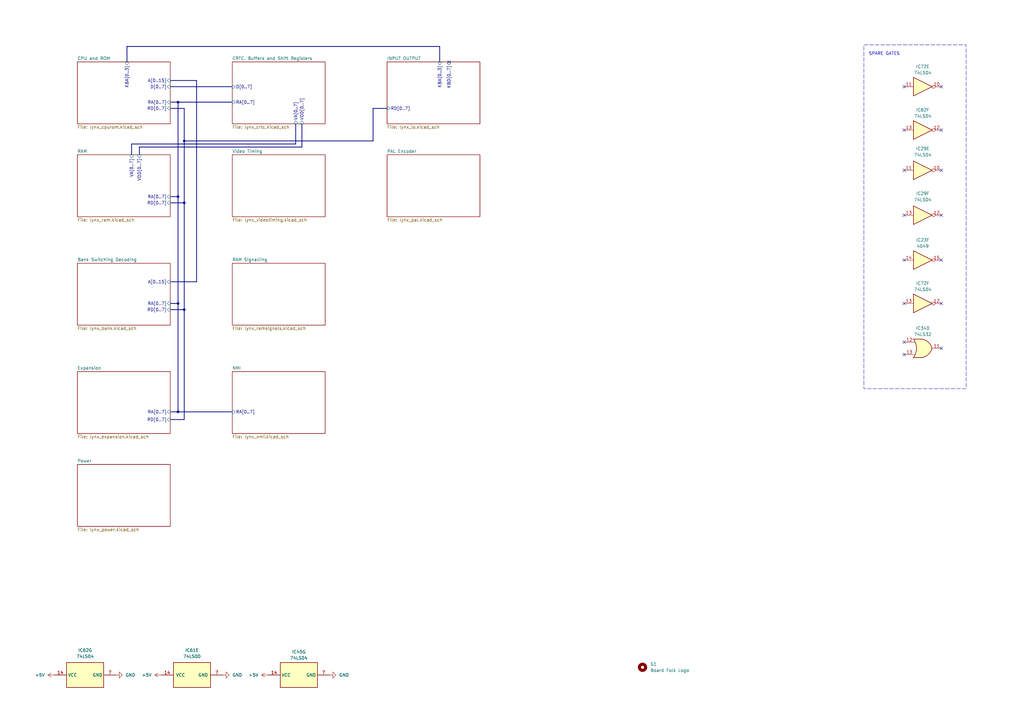
<source format=kicad_sch>
(kicad_sch (version 20230121) (generator eeschema)
  (paper "A3")
  (lib_symbols
    (symbol "4xxx:4049" (pin_names (offset 1.016))
      (property "Reference" "U" (at 0 1.27 0))
      (property "Value" "4049" (at 0 -1.27 0))
      (symbol "4049_1_0"
        (polyline (pts (xy -3.81 3.81) (xy -3.81 -3.81) (xy 3.81 0) (xy -3.81 3.81)) (stroke (width 0.254)) (fill (type background)))
        (pin output inverted (at 7.62 0 180) (length 3.81) (name "~") (number "2"))
        (pin input line (at -7.62 0 0) (length 3.81) (name "~") (number "3"))
      )
      (symbol "4049_2_0"
        (polyline (pts (xy -3.81 3.81) (xy -3.81 -3.81) (xy 3.81 0) (xy -3.81 3.81)) (stroke (width 0.254)) (fill (type background)))
        (pin output inverted (at 7.62 0 180) (length 3.81) (name "~") (number "4"))
        (pin input line (at -7.62 0 0) (length 3.81) (name "~") (number "5"))
      )
      (symbol "4049_3_0"
        (polyline (pts (xy -3.81 3.81) (xy -3.81 -3.81) (xy 3.81 0) (xy -3.81 3.81)) (stroke (width 0.254)) (fill (type background)))
        (pin output inverted (at 7.62 0 180) (length 3.81) (name "~") (number "6"))
        (pin input line (at -7.62 0 0) (length 3.81) (name "~") (number "7"))
      )
      (symbol "4049_4_0"
        (polyline (pts (xy -3.81 3.81) (xy -3.81 -3.81) (xy 3.81 0) (xy -3.81 3.81)) (stroke (width 0.254)) (fill (type background)))
        (pin output inverted (at 7.62 0 180) (length 3.81) (name "~") (number "10"))
        (pin input line (at -7.62 0 0) (length 3.81) (name "~") (number "9"))
      )
      (symbol "4049_5_0"
        (polyline (pts (xy -3.81 3.81) (xy -3.81 -3.81) (xy 3.81 0) (xy -3.81 3.81)) (stroke (width 0.254)) (fill (type background)))
        (pin input line (at -7.62 0 0) (length 3.81) (name "~") (number "11"))
        (pin output inverted (at 7.62 0 180) (length 3.81) (name "~") (number "12"))
      )
      (symbol "4049_6_0"
        (polyline (pts (xy -3.81 3.81) (xy -3.81 -3.81) (xy 3.81 0) (xy -3.81 3.81)) (stroke (width 0.254)) (fill (type background)))
        (pin input line (at -7.62 0 0) (length 3.81) (name "~") (number "14"))
        (pin output inverted (at 7.62 0 180) (length 3.81) (name "~") (number "15"))
      )
      (symbol "4049_7_0"
        (pin power_in line (at 0 12.7 270) (length 5.08) (name "VCC") (number "1"))
        (pin power_in line (at 0 -12.7 90) (length 5.08) (name "VSS") (number "8"))
      )
      (symbol "4049_7_1"
        (rectangle (start -5.08 7.62) (end 5.08 -7.62) (stroke (width 0.254)) (fill (type background)))
      )
    )
    (symbol "74xx:74LS00" (pin_names (offset 1.016))
      (property "Reference" "U" (at 0 1.27 0))
      (property "Value" "74LS00" (at 0 -1.27 0))
      (symbol "74LS00_1_1"
        (arc (start 0 -3.81) (mid 3.7934 0) (end 0 3.81) (stroke (width 0.254)) (fill (type background)))
        (polyline (pts (xy 0 3.81) (xy -3.81 3.81) (xy -3.81 -3.81) (xy 0 -3.81)) (stroke (width 0.254)) (fill (type background)))
        (pin input line (at -7.62 2.54 0) (length 3.81) (name "~") (number "1"))
        (pin input line (at -7.62 -2.54 0) (length 3.81) (name "~") (number "2"))
        (pin output inverted (at 7.62 0 180) (length 3.81) (name "~") (number "3"))
      )
      (symbol "74LS00_1_2"
        (arc (start -3.81 -3.81) (mid -2.589 0) (end -3.81 3.81) (stroke (width 0.254)))
        (arc (start -0.6096 -3.81) (mid 2.1842 -2.5851) (end 3.81 0) (stroke (width 0.254)) (fill (type background)))
        (polyline (pts (xy -3.81 -3.81) (xy -0.635 -3.81)) (stroke (width 0.254)) (fill (type background)))
        (polyline (pts (xy -3.81 3.81) (xy -0.635 3.81)) (stroke (width 0.254)) (fill (type background)))
        (polyline (pts (xy -0.635 3.81) (xy -3.81 3.81) (xy -3.81 3.81) (xy -3.556 3.4036) (xy -3.0226 2.2606) (xy -2.6924 1.0414) (xy -2.6162 -0.254) (xy -2.7686 -1.4986) (xy -3.175 -2.7178) (xy -3.81 -3.81) (xy -3.81 -3.81) (xy -0.635 -3.81)) (stroke (width -25.4)) (fill (type background)))
        (arc (start 3.81 0) (mid 2.1915 2.5936) (end -0.6096 3.81) (stroke (width 0.254)) (fill (type background)))
        (pin input inverted (at -7.62 2.54 0) (length 4.318) (name "~") (number "1"))
        (pin input inverted (at -7.62 -2.54 0) (length 4.318) (name "~") (number "2"))
        (pin output line (at 7.62 0 180) (length 3.81) (name "~") (number "3"))
      )
      (symbol "74LS00_2_1"
        (arc (start 0 -3.81) (mid 3.7934 0) (end 0 3.81) (stroke (width 0.254)) (fill (type background)))
        (polyline (pts (xy 0 3.81) (xy -3.81 3.81) (xy -3.81 -3.81) (xy 0 -3.81)) (stroke (width 0.254)) (fill (type background)))
        (pin input line (at -7.62 2.54 0) (length 3.81) (name "~") (number "4"))
        (pin input line (at -7.62 -2.54 0) (length 3.81) (name "~") (number "5"))
        (pin output inverted (at 7.62 0 180) (length 3.81) (name "~") (number "6"))
      )
      (symbol "74LS00_2_2"
        (arc (start -3.81 -3.81) (mid -2.589 0) (end -3.81 3.81) (stroke (width 0.254)))
        (arc (start -0.6096 -3.81) (mid 2.1842 -2.5851) (end 3.81 0) (stroke (width 0.254)) (fill (type background)))
        (polyline (pts (xy -3.81 -3.81) (xy -0.635 -3.81)) (stroke (width 0.254)) (fill (type background)))
        (polyline (pts (xy -3.81 3.81) (xy -0.635 3.81)) (stroke (width 0.254)) (fill (type background)))
        (polyline (pts (xy -0.635 3.81) (xy -3.81 3.81) (xy -3.81 3.81) (xy -3.556 3.4036) (xy -3.0226 2.2606) (xy -2.6924 1.0414) (xy -2.6162 -0.254) (xy -2.7686 -1.4986) (xy -3.175 -2.7178) (xy -3.81 -3.81) (xy -3.81 -3.81) (xy -0.635 -3.81)) (stroke (width -25.4)) (fill (type background)))
        (arc (start 3.81 0) (mid 2.1915 2.5936) (end -0.6096 3.81) (stroke (width 0.254)) (fill (type background)))
        (pin input inverted (at -7.62 2.54 0) (length 4.318) (name "~") (number "4"))
        (pin input inverted (at -7.62 -2.54 0) (length 4.318) (name "~") (number "5"))
        (pin output line (at 7.62 0 180) (length 3.81) (name "~") (number "6"))
      )
      (symbol "74LS00_3_1"
        (arc (start 0 -3.81) (mid 3.7934 0) (end 0 3.81) (stroke (width 0.254)) (fill (type background)))
        (polyline (pts (xy 0 3.81) (xy -3.81 3.81) (xy -3.81 -3.81) (xy 0 -3.81)) (stroke (width 0.254)) (fill (type background)))
        (pin input line (at -7.62 -2.54 0) (length 3.81) (name "~") (number "10"))
        (pin output inverted (at 7.62 0 180) (length 3.81) (name "~") (number "8"))
        (pin input line (at -7.62 2.54 0) (length 3.81) (name "~") (number "9"))
      )
      (symbol "74LS00_3_2"
        (arc (start -3.81 -3.81) (mid -2.589 0) (end -3.81 3.81) (stroke (width 0.254)))
        (arc (start -0.6096 -3.81) (mid 2.1842 -2.5851) (end 3.81 0) (stroke (width 0.254)) (fill (type background)))
        (polyline (pts (xy -3.81 -3.81) (xy -0.635 -3.81)) (stroke (width 0.254)) (fill (type background)))
        (polyline (pts (xy -3.81 3.81) (xy -0.635 3.81)) (stroke (width 0.254)) (fill (type background)))
        (polyline (pts (xy -0.635 3.81) (xy -3.81 3.81) (xy -3.81 3.81) (xy -3.556 3.4036) (xy -3.0226 2.2606) (xy -2.6924 1.0414) (xy -2.6162 -0.254) (xy -2.7686 -1.4986) (xy -3.175 -2.7178) (xy -3.81 -3.81) (xy -3.81 -3.81) (xy -0.635 -3.81)) (stroke (width -25.4)) (fill (type background)))
        (arc (start 3.81 0) (mid 2.1915 2.5936) (end -0.6096 3.81) (stroke (width 0.254)) (fill (type background)))
        (pin input inverted (at -7.62 -2.54 0) (length 4.318) (name "~") (number "10"))
        (pin output line (at 7.62 0 180) (length 3.81) (name "~") (number "8"))
        (pin input inverted (at -7.62 2.54 0) (length 4.318) (name "~") (number "9"))
      )
      (symbol "74LS00_4_1"
        (arc (start 0 -3.81) (mid 3.7934 0) (end 0 3.81) (stroke (width 0.254)) (fill (type background)))
        (polyline (pts (xy 0 3.81) (xy -3.81 3.81) (xy -3.81 -3.81) (xy 0 -3.81)) (stroke (width 0.254)) (fill (type background)))
        (pin output inverted (at 7.62 0 180) (length 3.81) (name "~") (number "11"))
        (pin input line (at -7.62 2.54 0) (length 3.81) (name "~") (number "12"))
        (pin input line (at -7.62 -2.54 0) (length 3.81) (name "~") (number "13"))
      )
      (symbol "74LS00_4_2"
        (arc (start -3.81 -3.81) (mid -2.589 0) (end -3.81 3.81) (stroke (width 0.254)))
        (arc (start -0.6096 -3.81) (mid 2.1842 -2.5851) (end 3.81 0) (stroke (width 0.254)) (fill (type background)))
        (polyline (pts (xy -3.81 -3.81) (xy -0.635 -3.81)) (stroke (width 0.254)) (fill (type background)))
        (polyline (pts (xy -3.81 3.81) (xy -0.635 3.81)) (stroke (width 0.254)) (fill (type background)))
        (polyline (pts (xy -0.635 3.81) (xy -3.81 3.81) (xy -3.81 3.81) (xy -3.556 3.4036) (xy -3.0226 2.2606) (xy -2.6924 1.0414) (xy -2.6162 -0.254) (xy -2.7686 -1.4986) (xy -3.175 -2.7178) (xy -3.81 -3.81) (xy -3.81 -3.81) (xy -0.635 -3.81)) (stroke (width -25.4)) (fill (type background)))
        (arc (start 3.81 0) (mid 2.1915 2.5936) (end -0.6096 3.81) (stroke (width 0.254)) (fill (type background)))
        (pin output line (at 7.62 0 180) (length 3.81) (name "~") (number "11"))
        (pin input inverted (at -7.62 2.54 0) (length 4.318) (name "~") (number "12"))
        (pin input inverted (at -7.62 -2.54 0) (length 4.318) (name "~") (number "13"))
      )
      (symbol "74LS00_5_0"
        (pin power_in line (at 0 12.7 270) (length 5.08) (name "VCC") (number "14"))
        (pin power_in line (at 0 -12.7 90) (length 5.08) (name "GND") (number "7"))
      )
      (symbol "74LS00_5_1"
        (rectangle (start -5.08 7.62) (end 5.08 -7.62) (stroke (width 0.254)) (fill (type background)))
      )
    )
    (symbol "74xx:74LS04"
      (property "Reference" "U" (at 0 1.27 0))
      (property "Value" "74LS04" (at 0 -1.27 0))
      (symbol "74LS04_1_0"
        (polyline (pts (xy -3.81 3.81) (xy -3.81 -3.81) (xy 3.81 0) (xy -3.81 3.81)) (stroke (width 0.254)) (fill (type background)))
        (pin input line (at -7.62 0 0) (length 3.81) (name "~") (number "1"))
        (pin output inverted (at 7.62 0 180) (length 3.81) (name "~") (number "2"))
      )
      (symbol "74LS04_2_0"
        (polyline (pts (xy -3.81 3.81) (xy -3.81 -3.81) (xy 3.81 0) (xy -3.81 3.81)) (stroke (width 0.254)) (fill (type background)))
        (pin input line (at -7.62 0 0) (length 3.81) (name "~") (number "3"))
        (pin output inverted (at 7.62 0 180) (length 3.81) (name "~") (number "4"))
      )
      (symbol "74LS04_3_0"
        (polyline (pts (xy -3.81 3.81) (xy -3.81 -3.81) (xy 3.81 0) (xy -3.81 3.81)) (stroke (width 0.254)) (fill (type background)))
        (pin input line (at -7.62 0 0) (length 3.81) (name "~") (number "5"))
        (pin output inverted (at 7.62 0 180) (length 3.81) (name "~") (number "6"))
      )
      (symbol "74LS04_4_0"
        (polyline (pts (xy -3.81 3.81) (xy -3.81 -3.81) (xy 3.81 0) (xy -3.81 3.81)) (stroke (width 0.254)) (fill (type background)))
        (pin output inverted (at 7.62 0 180) (length 3.81) (name "~") (number "8"))
        (pin input line (at -7.62 0 0) (length 3.81) (name "~") (number "9"))
      )
      (symbol "74LS04_5_0"
        (polyline (pts (xy -3.81 3.81) (xy -3.81 -3.81) (xy 3.81 0) (xy -3.81 3.81)) (stroke (width 0.254)) (fill (type background)))
        (pin output inverted (at 7.62 0 180) (length 3.81) (name "~") (number "10"))
        (pin input line (at -7.62 0 0) (length 3.81) (name "~") (number "11"))
      )
      (symbol "74LS04_6_0"
        (polyline (pts (xy -3.81 3.81) (xy -3.81 -3.81) (xy 3.81 0) (xy -3.81 3.81)) (stroke (width 0.254)) (fill (type background)))
        (pin output inverted (at 7.62 0 180) (length 3.81) (name "~") (number "12"))
        (pin input line (at -7.62 0 0) (length 3.81) (name "~") (number "13"))
      )
      (symbol "74LS04_7_0"
        (pin power_in line (at 0 12.7 270) (length 5.08) (name "VCC") (number "14"))
        (pin power_in line (at 0 -12.7 90) (length 5.08) (name "GND") (number "7"))
      )
      (symbol "74LS04_7_1"
        (rectangle (start -5.08 7.62) (end 5.08 -7.62) (stroke (width 0.254)) (fill (type background)))
      )
    )
    (symbol "74xx:74LS32" (pin_names (offset 1.016))
      (property "Reference" "U" (at 0 1.27 0))
      (property "Value" "74LS32" (at 0 -1.27 0))
      (symbol "74LS32_1_1"
        (arc (start -3.81 -3.81) (mid -2.589 0) (end -3.81 3.81) (stroke (width 0.254)))
        (arc (start -0.6096 -3.81) (mid 2.1842 -2.5851) (end 3.81 0) (stroke (width 0.254)) (fill (type background)))
        (polyline (pts (xy -3.81 -3.81) (xy -0.635 -3.81)) (stroke (width 0.254)) (fill (type background)))
        (polyline (pts (xy -3.81 3.81) (xy -0.635 3.81)) (stroke (width 0.254)) (fill (type background)))
        (polyline (pts (xy -0.635 3.81) (xy -3.81 3.81) (xy -3.81 3.81) (xy -3.556 3.4036) (xy -3.0226 2.2606) (xy -2.6924 1.0414) (xy -2.6162 -0.254) (xy -2.7686 -1.4986) (xy -3.175 -2.7178) (xy -3.81 -3.81) (xy -3.81 -3.81) (xy -0.635 -3.81)) (stroke (width -25.4)) (fill (type background)))
        (arc (start 3.81 0) (mid 2.1915 2.5936) (end -0.6096 3.81) (stroke (width 0.254)) (fill (type background)))
        (pin input line (at -7.62 2.54 0) (length 4.318) (name "~") (number "1"))
        (pin input line (at -7.62 -2.54 0) (length 4.318) (name "~") (number "2"))
        (pin output line (at 7.62 0 180) (length 3.81) (name "~") (number "3"))
      )
      (symbol "74LS32_1_2"
        (arc (start 0 -3.81) (mid 3.7934 0) (end 0 3.81) (stroke (width 0.254)) (fill (type background)))
        (polyline (pts (xy 0 3.81) (xy -3.81 3.81) (xy -3.81 -3.81) (xy 0 -3.81)) (stroke (width 0.254)) (fill (type background)))
        (pin input inverted (at -7.62 2.54 0) (length 3.81) (name "~") (number "1"))
        (pin input inverted (at -7.62 -2.54 0) (length 3.81) (name "~") (number "2"))
        (pin output inverted (at 7.62 0 180) (length 3.81) (name "~") (number "3"))
      )
      (symbol "74LS32_2_1"
        (arc (start -3.81 -3.81) (mid -2.589 0) (end -3.81 3.81) (stroke (width 0.254)))
        (arc (start -0.6096 -3.81) (mid 2.1842 -2.5851) (end 3.81 0) (stroke (width 0.254)) (fill (type background)))
        (polyline (pts (xy -3.81 -3.81) (xy -0.635 -3.81)) (stroke (width 0.254)) (fill (type background)))
        (polyline (pts (xy -3.81 3.81) (xy -0.635 3.81)) (stroke (width 0.254)) (fill (type background)))
        (polyline (pts (xy -0.635 3.81) (xy -3.81 3.81) (xy -3.81 3.81) (xy -3.556 3.4036) (xy -3.0226 2.2606) (xy -2.6924 1.0414) (xy -2.6162 -0.254) (xy -2.7686 -1.4986) (xy -3.175 -2.7178) (xy -3.81 -3.81) (xy -3.81 -3.81) (xy -0.635 -3.81)) (stroke (width -25.4)) (fill (type background)))
        (arc (start 3.81 0) (mid 2.1915 2.5936) (end -0.6096 3.81) (stroke (width 0.254)) (fill (type background)))
        (pin input line (at -7.62 2.54 0) (length 4.318) (name "~") (number "4"))
        (pin input line (at -7.62 -2.54 0) (length 4.318) (name "~") (number "5"))
        (pin output line (at 7.62 0 180) (length 3.81) (name "~") (number "6"))
      )
      (symbol "74LS32_2_2"
        (arc (start 0 -3.81) (mid 3.7934 0) (end 0 3.81) (stroke (width 0.254)) (fill (type background)))
        (polyline (pts (xy 0 3.81) (xy -3.81 3.81) (xy -3.81 -3.81) (xy 0 -3.81)) (stroke (width 0.254)) (fill (type background)))
        (pin input inverted (at -7.62 2.54 0) (length 3.81) (name "~") (number "4"))
        (pin input inverted (at -7.62 -2.54 0) (length 3.81) (name "~") (number "5"))
        (pin output inverted (at 7.62 0 180) (length 3.81) (name "~") (number "6"))
      )
      (symbol "74LS32_3_1"
        (arc (start -3.81 -3.81) (mid -2.589 0) (end -3.81 3.81) (stroke (width 0.254)))
        (arc (start -0.6096 -3.81) (mid 2.1842 -2.5851) (end 3.81 0) (stroke (width 0.254)) (fill (type background)))
        (polyline (pts (xy -3.81 -3.81) (xy -0.635 -3.81)) (stroke (width 0.254)) (fill (type background)))
        (polyline (pts (xy -3.81 3.81) (xy -0.635 3.81)) (stroke (width 0.254)) (fill (type background)))
        (polyline (pts (xy -0.635 3.81) (xy -3.81 3.81) (xy -3.81 3.81) (xy -3.556 3.4036) (xy -3.0226 2.2606) (xy -2.6924 1.0414) (xy -2.6162 -0.254) (xy -2.7686 -1.4986) (xy -3.175 -2.7178) (xy -3.81 -3.81) (xy -3.81 -3.81) (xy -0.635 -3.81)) (stroke (width -25.4)) (fill (type background)))
        (arc (start 3.81 0) (mid 2.1915 2.5936) (end -0.6096 3.81) (stroke (width 0.254)) (fill (type background)))
        (pin input line (at -7.62 -2.54 0) (length 4.318) (name "~") (number "10"))
        (pin output line (at 7.62 0 180) (length 3.81) (name "~") (number "8"))
        (pin input line (at -7.62 2.54 0) (length 4.318) (name "~") (number "9"))
      )
      (symbol "74LS32_3_2"
        (arc (start 0 -3.81) (mid 3.7934 0) (end 0 3.81) (stroke (width 0.254)) (fill (type background)))
        (polyline (pts (xy 0 3.81) (xy -3.81 3.81) (xy -3.81 -3.81) (xy 0 -3.81)) (stroke (width 0.254)) (fill (type background)))
        (pin input inverted (at -7.62 -2.54 0) (length 3.81) (name "~") (number "10"))
        (pin output inverted (at 7.62 0 180) (length 3.81) (name "~") (number "8"))
        (pin input inverted (at -7.62 2.54 0) (length 3.81) (name "~") (number "9"))
      )
      (symbol "74LS32_4_1"
        (arc (start -3.81 -3.81) (mid -2.589 0) (end -3.81 3.81) (stroke (width 0.254)))
        (arc (start -0.6096 -3.81) (mid 2.1842 -2.5851) (end 3.81 0) (stroke (width 0.254)) (fill (type background)))
        (polyline (pts (xy -3.81 -3.81) (xy -0.635 -3.81)) (stroke (width 0.254)) (fill (type background)))
        (polyline (pts (xy -3.81 3.81) (xy -0.635 3.81)) (stroke (width 0.254)) (fill (type background)))
        (polyline (pts (xy -0.635 3.81) (xy -3.81 3.81) (xy -3.81 3.81) (xy -3.556 3.4036) (xy -3.0226 2.2606) (xy -2.6924 1.0414) (xy -2.6162 -0.254) (xy -2.7686 -1.4986) (xy -3.175 -2.7178) (xy -3.81 -3.81) (xy -3.81 -3.81) (xy -0.635 -3.81)) (stroke (width -25.4)) (fill (type background)))
        (arc (start 3.81 0) (mid 2.1915 2.5936) (end -0.6096 3.81) (stroke (width 0.254)) (fill (type background)))
        (pin output line (at 7.62 0 180) (length 3.81) (name "~") (number "11"))
        (pin input line (at -7.62 2.54 0) (length 4.318) (name "~") (number "12"))
        (pin input line (at -7.62 -2.54 0) (length 4.318) (name "~") (number "13"))
      )
      (symbol "74LS32_4_2"
        (arc (start 0 -3.81) (mid 3.7934 0) (end 0 3.81) (stroke (width 0.254)) (fill (type background)))
        (polyline (pts (xy 0 3.81) (xy -3.81 3.81) (xy -3.81 -3.81) (xy 0 -3.81)) (stroke (width 0.254)) (fill (type background)))
        (pin output inverted (at 7.62 0 180) (length 3.81) (name "~") (number "11"))
        (pin input inverted (at -7.62 2.54 0) (length 3.81) (name "~") (number "12"))
        (pin input inverted (at -7.62 -2.54 0) (length 3.81) (name "~") (number "13"))
      )
      (symbol "74LS32_5_0"
        (pin power_in line (at 0 12.7 270) (length 5.08) (name "VCC") (number "14"))
        (pin power_in line (at 0 -12.7 90) (length 5.08) (name "GND") (number "7"))
      )
      (symbol "74LS32_5_1"
        (rectangle (start -5.08 7.62) (end 5.08 -7.62) (stroke (width 0.254)) (fill (type background)))
      )
    )
    (symbol "Mechanical:MountingHole" (pin_names (offset 1.016))
      (property "Reference" "H" (at 0 5.08 0))
      (property "Value" "MountingHole" (at 0 3.175 0))
      (symbol "MountingHole_0_1"
        (circle (center 0 0) (radius 1.27) (stroke (width 1.27)))
      )
    )
    (symbol "power:+5V" (power) (pin_names (offset 0))
      (property "Value" "+5V" (at 0 3.556 0))
      (symbol "+5V_0_1"
        (polyline (pts (xy -0.762 1.27) (xy 0 2.54)))
        (polyline (pts (xy 0 0) (xy 0 2.54)))
        (polyline (pts (xy 0 2.54) (xy 0.762 1.27)))
      )
      (symbol "+5V_1_1"
        (pin power_in line (at 0 0 90) (length 0) hide (name "+5V") (number "1"))
      )
    )
    (symbol "power:GND" (power) (pin_names (offset 0))
      (property "Value" "GND" (at 0 -3.81 0))
      (symbol "GND_0_1"
        (polyline (pts (xy 0 0) (xy 0 -1.27) (xy 1.27 -1.27) (xy 0 -2.54) (xy -1.27 -1.27) (xy 0 -1.27)))
      )
      (symbol "GND_1_1"
        (pin power_in line (at 0 0 270) (length 0) hide (name "GND") (number "1"))
      )
    )
  )
  (junction (at 73.025 168.91))
  (junction (at 75.565 127))
  (junction (at 75.565 57.785))
  (junction (at 75.565 83.185))
  (junction (at 73.025 124.46))
  (junction (at 73.025 80.645))
  (junction (at 73.025 41.91))
  (no_connect (at 386.08 35.56))
  (no_connect (at 370.84 140.335))
  (no_connect (at 386.08 53.34))
  (no_connect (at 370.84 35.56))
  (no_connect (at 370.84 88.265))
  (no_connect (at 370.84 106.68))
  (no_connect (at 370.84 53.34))
  (no_connect (at 386.08 142.875))
  (no_connect (at 370.84 145.415))
  (no_connect (at 386.08 88.265))
  (no_connect (at 370.84 69.85))
  (no_connect (at 370.84 124.46))
  (no_connect (at 184.15 25.4))
  (no_connect (at 386.08 69.85))
  (no_connect (at 386.08 124.46))
  (no_connect (at 386.08 106.68))
  (bus (pts (xy 52.07 19.05) (xy 52.07 25.4)))
  (bus (pts (xy 57.15 63.5) (xy 57.15 60.325)))
  (bus (pts (xy 69.85 83.185) (xy 75.565 83.185)))
  (bus (pts (xy 121.285 59.055) (xy 53.975 59.055)))
  (bus (pts (xy 75.565 127) (xy 69.85 127)))
  (bus (pts (xy 180.34 19.05) (xy 52.07 19.05)))
  (bus (pts (xy 69.85 33.02) (xy 80.645 33.02)))
  (bus (pts (xy 121.285 50.8) (xy 121.285 59.055)))
  (bus (pts (xy 69.85 172.085) (xy 75.565 172.085)))
  (bus (pts (xy 75.565 57.785) (xy 75.565 44.45)))
  (bus (pts (xy 69.85 35.56) (xy 95.25 35.56)))
  (bus (pts (xy 123.825 60.325) (xy 123.825 50.8)))
  (bus (pts (xy 69.85 80.645) (xy 73.025 80.645)))
  (bus (pts (xy 75.565 44.45) (xy 69.85 44.45)))
  (bus (pts (xy 80.645 115.57) (xy 69.85 115.57)))
  (bus (pts (xy 75.565 172.085) (xy 75.565 127)))
  (bus (pts (xy 180.34 19.05) (xy 180.34 25.4)))
  (bus (pts (xy 153.035 57.785) (xy 75.565 57.785)))
  (bus (pts (xy 69.85 41.91) (xy 73.025 41.91)))
  (bus (pts (xy 158.75 44.45) (xy 153.035 44.45)))
  (bus (pts (xy 73.025 80.645) (xy 73.025 124.46)))
  (bus (pts (xy 80.645 33.02) (xy 80.645 115.57)))
  (bus (pts (xy 73.025 168.91) (xy 95.25 168.91)))
  (bus (pts (xy 57.15 60.325) (xy 123.825 60.325)))
  (bus (pts (xy 75.565 83.185) (xy 75.565 127)))
  (bus (pts (xy 69.85 168.91) (xy 73.025 168.91)))
  (bus (pts (xy 73.025 41.91) (xy 95.25 41.91)))
  (bus (pts (xy 73.025 168.91) (xy 73.025 124.46)))
  (bus (pts (xy 53.975 59.055) (xy 53.975 63.5)))
  (bus (pts (xy 75.565 83.185) (xy 75.565 57.785)))
  (bus (pts (xy 73.025 124.46) (xy 69.85 124.46)))
  (bus (pts (xy 73.025 80.645) (xy 73.025 41.91)))
  (bus (pts (xy 153.035 44.45) (xy 153.035 57.785)))
  (rectangle (start 354.33 18.415) (end 396.24 159.385) (stroke (width 0) (type dash)))
  (text "SPARE GATES" (at 356.235 22.86 0) (effects (font (size 1.27 1.27)) (justify left bottom)))
  (symbol (lib_id "power:+5V") (at 22.225 276.86 90) (unit 1)
    (property "Reference" "#PWR065" (effects hide))
    (property "Value" "+5V" (at 18.415 276.86 90) (effects (justify left)))
  )
  (symbol (lib_id "74xx:74LS04") (at 378.46 53.34 0) (unit 6)
    (property "Reference" "IC62" (at 378.46 45.085 0))
    (property "Value" "74LS04" (at 378.46 47.625 0))
    (property "Footprint" "LYNX:DIP-14_W7.62mm" (effects hide))
    (property "Datasheet" "http://www.ti.com/lit/gpn/sn74LS04" (effects hide))
  )
  (symbol (lib_id "74xx:74LS00") (at 78.74 276.86 90) (unit 5)
    (property "Reference" "IC61" (at 78.74 266.7 90))
    (property "Value" "74LS00" (at 78.74 269.24 90))
    (property "Footprint" "LYNX:DIP-14_W7.62mm" (effects hide))
    (property "Datasheet" "http://www.ti.com/lit/gpn/sn74ls00" (effects hide))
  )
  (symbol (lib_id "power:GND") (at 135.255 276.86 90) (unit 1)
    (property "Reference" "#PWR09" (effects hide))
    (property "Value" "GND" (at 139.065 276.86 90) (effects (justify right)))
  )
  (symbol (lib_id "74xx:74LS04") (at 378.46 88.265 0) (unit 6)
    (property "Reference" "IC29" (at 378.46 79.375 0))
    (property "Value" "74LS04" (at 378.46 81.915 0))
    (property "Footprint" "LYNX:DIP-14_W7.62mm" (effects hide))
    (property "Datasheet" "http://www.ti.com/lit/gpn/sn74LS04" (effects hide))
  )
  (symbol (lib_id "74xx:74LS32") (at 378.46 142.875 0) (unit 4)
    (property "Reference" "IC34" (at 378.46 134.62 0))
    (property "Value" "74LS32" (at 378.46 137.16 0))
    (property "Footprint" "LYNX:DIP-14_W7.62mm" (effects hide))
    (property "Datasheet" "http://www.ti.com/lit/gpn/sn74LS32" (effects hide))
  )
  (symbol (lib_id "74xx:74LS04") (at 378.46 35.56 0) (unit 5)
    (property "Reference" "IC72" (at 378.46 27.305 0))
    (property "Value" "74LS04" (at 378.46 29.845 0))
    (property "Footprint" "LYNX:DIP-14_W7.62mm" (effects hide))
    (property "Datasheet" "http://www.ti.com/lit/gpn/sn74LS04" (effects hide))
  )
  (symbol (lib_id "74xx:74LS04") (at 34.925 276.86 90) (unit 7)
    (property "Reference" "IC62" (at 34.925 266.7 90))
    (property "Value" "74LS04" (at 34.925 269.24 90))
    (property "Footprint" "LYNX:DIP-14_W7.62mm" (effects hide))
    (property "Datasheet" "http://www.ti.com/lit/gpn/sn74LS04" (effects hide))
  )
  (symbol (lib_id "power:GND") (at 91.44 276.86 90) (unit 1)
    (property "Reference" "#PWR079" (effects hide))
    (property "Value" "GND" (at 95.25 276.86 90) (effects (justify right)))
  )
  (symbol (lib_id "4xxx:4049") (at 378.46 106.68 0) (unit 6)
    (property "Reference" "IC23" (at 378.46 98.425 0))
    (property "Value" "4049" (at 378.46 100.965 0))
    (property "Footprint" "LYNX:DIP-16_W7.62mm" (effects hide))
    (property "Datasheet" "http://www.intersil.com/content/dam/intersil/documents/cd40/cd4049ubms.pdf" (effects hide))
  )
  (symbol (lib_id "74xx:74LS04") (at 122.555 276.86 90) (unit 7)
    (property "Reference" "IC45" (at 122.555 267.335 90))
    (property "Value" "74LS04" (at 122.555 269.875 90))
    (property "Footprint" "LYNX:DIP-14_W7.62mm" (effects hide))
    (property "Datasheet" "http://www.ti.com/lit/gpn/sn74LS04" (effects hide))
  )
  (symbol (lib_id "74xx:74LS04") (at 378.46 69.85 0) (unit 5)
    (property "Reference" "IC29" (at 378.46 60.96 0))
    (property "Value" "74LS04" (at 378.46 63.5 0))
    (property "Footprint" "LYNX:DIP-14_W7.62mm" (effects hide))
    (property "Datasheet" "http://www.ti.com/lit/gpn/sn74LS04" (effects hide))
  )
  (symbol (lib_id "power:+5V") (at 109.855 276.86 90) (unit 1)
    (property "Reference" "#PWR010" (effects hide))
    (property "Value" "+5V" (at 106.045 276.86 90) (effects (justify left)))
  )
  (symbol (lib_id "power:+5V") (at 66.04 276.86 90) (unit 1)
    (property "Reference" "#PWR080" (effects hide))
    (property "Value" "+5V" (at 62.23 276.86 90) (effects (justify left)))
  )
  (symbol (lib_id "74xx:74LS04") (at 378.46 124.46 0) (unit 6)
    (property "Reference" "IC72" (at 378.46 116.205 0))
    (property "Value" "74LS04" (at 378.46 118.745 0))
    (property "Footprint" "LYNX:DIP-14_W7.62mm" (effects hide))
    (property "Datasheet" "http://www.ti.com/lit/gpn/sn74LS04" (effects hide))
  )
  (symbol (lib_id "Mechanical:MountingHole") (at 263.525 273.685 0) (unit 1)
    (property "Reference" "G1" (at 266.7 272.415 0) (effects (justify left)))
    (property "Value" "Board Folk Logo" (at 266.7 274.955 0) (effects (justify left)))
    (property "Footprint" "LYNX:BF8" (effects hide))
  )
  (symbol (lib_id "power:GND") (at 47.625 276.86 90) (unit 1)
    (property "Reference" "#PWR066" (effects hide))
    (property "Value" "GND" (at 51.435 276.86 90) (effects (justify right)))
  )
  (sheet (at 31.75 152.4) (size 38.1 25.4) (stroke (width 0.1524))
    (property "Sheetname" "Expansion" (at 31.75 151.6884 0) (effects (justify left bottom)))
    (property "Sheetfile" "lynx_expansion.kicad_sch" (at 31.75 178.3846 0) (effects (justify left top)))
    (pin "RD[0..7]" input (at 69.85 172.085 0))
    (pin "RA[0..7]" input (at 69.85 168.91 0))
  )
  (sheet (at 95.25 107.95) (size 38.1 25.4) (stroke (width 0.1524))
    (property "Sheetname" "RAM Signalling" (at 95.25 107.2384 0) (effects (justify left bottom)))
    (property "Sheetfile" "lynx_ramsignals.kicad_sch" (at 95.25 133.9346 0) (effects (justify left top)))
  )
  (sheet (at 95.25 25.4) (size 38.1 25.4) (stroke (width 0.1524))
    (property "Sheetname" "CRTC, Buffers and Shift Registers" (at 95.25 24.6884 0) (effects (justify left bottom)))
    (property "Sheetfile" "lynx_crtc.kicad_sch" (at 95.25 51.3846 0) (effects (justify left top)))
    (pin "D[0..7]" input (at 95.25 35.56 180))
    (pin "RA[0..7]" input (at 95.25 41.91 180))
    (pin "VOD[0..7]" input (at 123.825 50.8 270))
    (pin "VA[0..7]" input (at 121.285 50.8 270))
  )
  (sheet (at 31.75 63.5) (size 38.1 25.4) (stroke (width 0.1524))
    (property "Sheetname" "RAM" (at 31.75 62.7884 0) (effects (justify left bottom)))
    (property "Sheetfile" "lynx_ram.kicad_sch" (at 31.75 89.4846 0) (effects (justify left top)))
    (pin "RA[0..7]" input (at 69.85 80.645 0))
    (pin "VA[0..7]" input (at 53.975 63.5 90))
    (pin "VOD[0..7]" input (at 57.15 63.5 90))
    (pin "RD[0..7]" input (at 69.85 83.185 0))
  )
  (sheet (at 95.25 63.5) (size 38.1 25.4) (stroke (width 0.1524))
    (property "Sheetname" "Video Timing" (at 95.25 62.7884 0) (effects (justify left bottom)))
    (property "Sheetfile" "lynx_videotiming.kicad_sch" (at 95.25 89.4846 0) (effects (justify left top)))
  )
  (sheet (at 95.25 152.4) (size 38.1 25.4) (stroke (width 0.1524))
    (property "Sheetname" "NMI" (at 95.25 151.6884 0) (effects (justify left bottom)))
    (property "Sheetfile" "lynx_nmi.kicad_sch" (at 95.25 178.3846 0) (effects (justify left top)))
    (pin "RA[0..7]" input (at 95.25 168.91 180))
  )
  (sheet (at 31.75 107.95) (size 38.1 25.4) (stroke (width 0.1524))
    (property "Sheetname" "Bank Switching Decoding" (at 31.75 107.2384 0) (effects (justify left bottom)))
    (property "Sheetfile" "lynx_bank.kicad_sch" (at 31.75 133.9346 0) (effects (justify left top)))
    (pin "RD[0..7]" input (at 69.85 127 0))
    (pin "RA[0..7]" input (at 69.85 124.46 0))
    (pin "A[0..15]" input (at 69.85 115.57 0))
  )
  (sheet (at 31.75 190.5) (size 38.1 25.4) (stroke (width 0.1524))
    (property "Sheetname" "Power" (at 31.75 189.7884 0) (effects (justify left bottom)))
    (property "Sheetfile" "lynx_power.kicad_sch" (at 31.75 216.4846 0) (effects (justify left top)))
  )
  (sheet (at 158.75 25.4) (size 38.1 25.4) (stroke (width 0.1524))
    (property "Sheetname" "INPUT OUTPUT" (at 158.75 24.6884 0) (effects (justify left bottom)))
    (property "Sheetfile" "lynx_io.kicad_sch" (at 158.75 51.3846 0) (effects (justify left top)))
    (pin "KBD[0..7]" input (at 184.15 25.4 90))
    (pin "KBA[0..3]" input (at 180.34 25.4 90))
    (pin "RD[0..7]" input (at 158.75 44.45 180))
  )
  (sheet (at 158.75 63.5) (size 38.1 25.4) (stroke (width 0.1524))
    (property "Sheetname" "PAL Encoder" (at 158.75 62.7884 0) (effects (justify left bottom)))
    (property "Sheetfile" "lynx_pal.kicad_sch" (at 158.75 89.4846 0) (effects (justify left top)))
  )
  (sheet (at 31.75 25.4) (size 38.1 25.4) (stroke (width 0.1524))
    (property "Sheetname" "CPU and ROM" (at 31.75 24.6884 0) (effects (justify left bottom)))
    (property "Sheetfile" "lynx_cpurom.kicad_sch" (at 31.75 51.3846 0) (effects (justify left top)))
    (pin "A[0..15]" input (at 69.85 33.02 0))
    (pin "D[0..7]" input (at 69.85 35.56 0))
    (pin "RA[0..7]" input (at 69.85 41.91 0))
    (pin "KBA[0..3]" input (at 52.07 25.4 90))
    (pin "RD[0..7]" input (at 69.85 44.45 0))
  )
)
</source>
